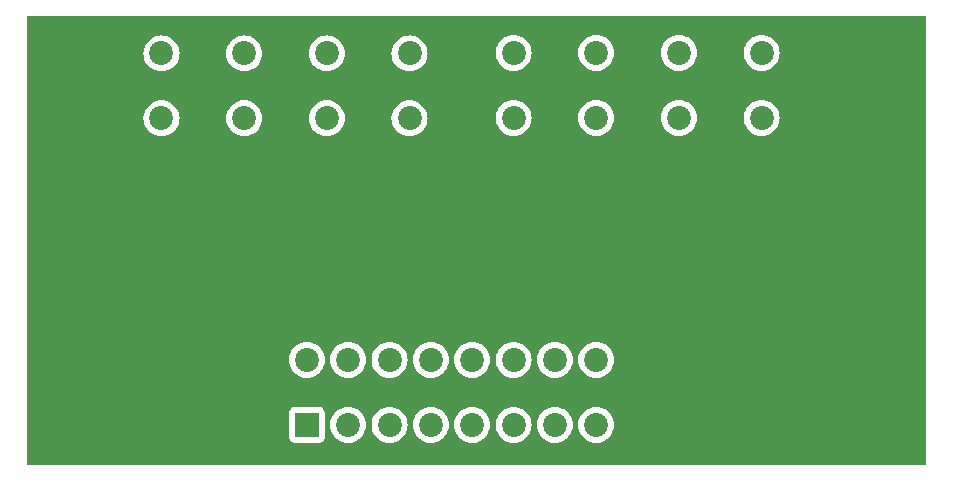
<source format=gbl>
G04 #@! TF.GenerationSoftware,KiCad,Pcbnew,7.0.7*
G04 #@! TF.CreationDate,2023-09-05T00:06:28-07:00*
G04 #@! TF.ProjectId,Solenoid Board Ground Systems V1.1,536f6c65-6e6f-4696-9420-426f61726420,rev?*
G04 #@! TF.SameCoordinates,Original*
G04 #@! TF.FileFunction,Copper,L2,Bot*
G04 #@! TF.FilePolarity,Positive*
%FSLAX46Y46*%
G04 Gerber Fmt 4.6, Leading zero omitted, Abs format (unit mm)*
G04 Created by KiCad (PCBNEW 7.0.7) date 2023-09-05 00:06:28*
%MOMM*%
%LPD*%
G01*
G04 APERTURE LIST*
G04 #@! TA.AperFunction,ComponentPad*
%ADD10R,2.025000X2.025000*%
G04 #@! TD*
G04 #@! TA.AperFunction,ComponentPad*
%ADD11C,2.025000*%
G04 #@! TD*
G04 #@! TA.AperFunction,ComponentPad*
%ADD12C,3.600000*%
G04 #@! TD*
G04 #@! TA.AperFunction,ConnectorPad*
%ADD13C,5.600000*%
G04 #@! TD*
G04 #@! TA.AperFunction,ViaPad*
%ADD14C,0.800000*%
G04 #@! TD*
G04 #@! TA.AperFunction,ViaPad*
%ADD15C,0.700000*%
G04 #@! TD*
G04 APERTURE END LIST*
D10*
X61310000Y-28610000D03*
D11*
X61310000Y-34110000D03*
X57810000Y-28610000D03*
X57810000Y-34110000D03*
X54310000Y-28610000D03*
X54310000Y-34110000D03*
X50810000Y-28610000D03*
X50810000Y-34110000D03*
X47310000Y-28610000D03*
X47310000Y-34110000D03*
X43810000Y-28610000D03*
X43810000Y-34110000D03*
X40310000Y-28610000D03*
X40310000Y-34110000D03*
X36810000Y-28610000D03*
X36810000Y-34110000D03*
D12*
X97790000Y-31750000D03*
D13*
X97790000Y-31750000D03*
D12*
X29210000Y-31750000D03*
D13*
X29210000Y-31750000D03*
D10*
X91120000Y-28570000D03*
D11*
X91120000Y-34070000D03*
X87620000Y-28570000D03*
X87620000Y-34070000D03*
X84120000Y-28570000D03*
X84120000Y-34070000D03*
X80620000Y-28570000D03*
X80620000Y-34070000D03*
X77120000Y-28570000D03*
X77120000Y-34070000D03*
X73620000Y-28570000D03*
X73620000Y-34070000D03*
X70120000Y-28570000D03*
X70120000Y-34070000D03*
X66620000Y-28570000D03*
X66620000Y-34070000D03*
D12*
X29210000Y-57150000D03*
D13*
X29210000Y-57150000D03*
D12*
X97790000Y-57150000D03*
D13*
X97790000Y-57150000D03*
D10*
X49120000Y-60060000D03*
D11*
X49120000Y-54560000D03*
X52620000Y-60060000D03*
X52620000Y-54560000D03*
X56120000Y-60060000D03*
X56120000Y-54560000D03*
X59620000Y-60060000D03*
X59620000Y-54560000D03*
X63120000Y-60060000D03*
X63120000Y-54560000D03*
X66620000Y-60060000D03*
X66620000Y-54560000D03*
X70120000Y-60060000D03*
X70120000Y-54560000D03*
X73620000Y-60060000D03*
X73620000Y-54560000D03*
X77120000Y-60060000D03*
X77120000Y-54560000D03*
D14*
X69840000Y-41760000D03*
D15*
X46790000Y-44740000D03*
D14*
X56935929Y-41770000D03*
D15*
X81340000Y-44715000D03*
X58265000Y-44740000D03*
X52515000Y-44715000D03*
X41015000Y-44740000D03*
X69790000Y-44715000D03*
X64040000Y-44740000D03*
D14*
X43860000Y-41750000D03*
X82810000Y-41760000D03*
D15*
X75540000Y-44740000D03*
G04 #@! TA.AperFunction,Conductor*
G36*
X101522073Y-25430009D02*
G01*
X101568573Y-25483659D01*
X101579966Y-25536049D01*
X101570033Y-63364049D01*
X101550013Y-63432165D01*
X101496345Y-63478643D01*
X101444050Y-63490016D01*
X29218000Y-63499500D01*
X25536000Y-63499500D01*
X25467879Y-63479498D01*
X25421386Y-63425842D01*
X25410000Y-63373500D01*
X25410000Y-61121149D01*
X47599000Y-61121149D01*
X47605509Y-61181696D01*
X47605511Y-61181704D01*
X47656610Y-61318702D01*
X47656612Y-61318707D01*
X47744238Y-61435761D01*
X47861292Y-61523387D01*
X47861294Y-61523388D01*
X47861296Y-61523389D01*
X47920375Y-61545424D01*
X47998295Y-61574488D01*
X47998303Y-61574490D01*
X48058850Y-61580999D01*
X48058855Y-61580999D01*
X48058862Y-61581000D01*
X48058868Y-61581000D01*
X50181132Y-61581000D01*
X50181138Y-61581000D01*
X50181145Y-61580999D01*
X50181149Y-61580999D01*
X50241696Y-61574490D01*
X50241699Y-61574489D01*
X50241701Y-61574489D01*
X50378704Y-61523389D01*
X50495761Y-61435761D01*
X50495760Y-61435760D01*
X50583387Y-61318707D01*
X50583387Y-61318706D01*
X50583389Y-61318704D01*
X50634489Y-61181701D01*
X50639098Y-61138835D01*
X50640999Y-61121149D01*
X50641000Y-61121132D01*
X50641000Y-60060000D01*
X51094297Y-60060000D01*
X51113081Y-60298673D01*
X51168970Y-60531468D01*
X51260589Y-60752655D01*
X51260590Y-60752656D01*
X51385677Y-60956782D01*
X51385682Y-60956789D01*
X51541164Y-61138835D01*
X51723210Y-61294317D01*
X51723214Y-61294320D01*
X51927345Y-61419411D01*
X52148532Y-61511030D01*
X52381327Y-61566919D01*
X52620000Y-61585703D01*
X52858673Y-61566919D01*
X53091468Y-61511030D01*
X53312655Y-61419411D01*
X53516786Y-61294320D01*
X53698835Y-61138835D01*
X53854320Y-60956786D01*
X53979411Y-60752655D01*
X54071030Y-60531468D01*
X54126919Y-60298673D01*
X54145703Y-60060000D01*
X54594297Y-60060000D01*
X54613081Y-60298673D01*
X54668970Y-60531468D01*
X54760589Y-60752655D01*
X54760590Y-60752656D01*
X54885677Y-60956782D01*
X54885682Y-60956789D01*
X55041164Y-61138835D01*
X55223210Y-61294317D01*
X55223214Y-61294320D01*
X55427345Y-61419411D01*
X55648532Y-61511030D01*
X55881327Y-61566919D01*
X56120000Y-61585703D01*
X56358673Y-61566919D01*
X56591468Y-61511030D01*
X56812655Y-61419411D01*
X57016786Y-61294320D01*
X57198835Y-61138835D01*
X57354320Y-60956786D01*
X57479411Y-60752655D01*
X57571030Y-60531468D01*
X57626919Y-60298673D01*
X57645703Y-60060000D01*
X58094297Y-60060000D01*
X58113081Y-60298673D01*
X58168970Y-60531468D01*
X58260589Y-60752655D01*
X58260590Y-60752656D01*
X58385677Y-60956782D01*
X58385682Y-60956789D01*
X58541164Y-61138835D01*
X58723210Y-61294317D01*
X58723214Y-61294320D01*
X58927345Y-61419411D01*
X59148532Y-61511030D01*
X59381327Y-61566919D01*
X59620000Y-61585703D01*
X59858673Y-61566919D01*
X60091468Y-61511030D01*
X60312655Y-61419411D01*
X60516786Y-61294320D01*
X60698835Y-61138835D01*
X60854320Y-60956786D01*
X60979411Y-60752655D01*
X61071030Y-60531468D01*
X61126919Y-60298673D01*
X61145703Y-60060000D01*
X61594297Y-60060000D01*
X61613081Y-60298673D01*
X61668970Y-60531468D01*
X61760589Y-60752655D01*
X61760590Y-60752656D01*
X61885677Y-60956782D01*
X61885682Y-60956789D01*
X62041164Y-61138835D01*
X62223210Y-61294317D01*
X62223214Y-61294320D01*
X62427345Y-61419411D01*
X62648532Y-61511030D01*
X62881327Y-61566919D01*
X63120000Y-61585703D01*
X63358673Y-61566919D01*
X63591468Y-61511030D01*
X63812655Y-61419411D01*
X64016786Y-61294320D01*
X64198835Y-61138835D01*
X64354320Y-60956786D01*
X64479411Y-60752655D01*
X64571030Y-60531468D01*
X64626919Y-60298673D01*
X64645703Y-60060000D01*
X65094297Y-60060000D01*
X65113081Y-60298673D01*
X65168970Y-60531468D01*
X65260589Y-60752655D01*
X65260590Y-60752656D01*
X65385677Y-60956782D01*
X65385682Y-60956789D01*
X65541164Y-61138835D01*
X65723210Y-61294317D01*
X65723214Y-61294320D01*
X65927345Y-61419411D01*
X66148532Y-61511030D01*
X66381327Y-61566919D01*
X66620000Y-61585703D01*
X66858673Y-61566919D01*
X67091468Y-61511030D01*
X67312655Y-61419411D01*
X67516786Y-61294320D01*
X67698835Y-61138835D01*
X67854320Y-60956786D01*
X67979411Y-60752655D01*
X68071030Y-60531468D01*
X68126919Y-60298673D01*
X68145703Y-60060000D01*
X68594297Y-60060000D01*
X68613081Y-60298673D01*
X68668970Y-60531468D01*
X68760589Y-60752655D01*
X68760590Y-60752656D01*
X68885677Y-60956782D01*
X68885682Y-60956789D01*
X69041164Y-61138835D01*
X69223210Y-61294317D01*
X69223214Y-61294320D01*
X69427345Y-61419411D01*
X69648532Y-61511030D01*
X69881327Y-61566919D01*
X70120000Y-61585703D01*
X70358673Y-61566919D01*
X70591468Y-61511030D01*
X70812655Y-61419411D01*
X71016786Y-61294320D01*
X71198835Y-61138835D01*
X71354320Y-60956786D01*
X71479411Y-60752655D01*
X71571030Y-60531468D01*
X71626919Y-60298673D01*
X71645703Y-60060000D01*
X72094297Y-60060000D01*
X72113081Y-60298673D01*
X72168970Y-60531468D01*
X72260589Y-60752655D01*
X72260590Y-60752656D01*
X72385677Y-60956782D01*
X72385682Y-60956789D01*
X72541164Y-61138835D01*
X72723210Y-61294317D01*
X72723214Y-61294320D01*
X72927345Y-61419411D01*
X73148532Y-61511030D01*
X73381327Y-61566919D01*
X73620000Y-61585703D01*
X73858673Y-61566919D01*
X74091468Y-61511030D01*
X74312655Y-61419411D01*
X74516786Y-61294320D01*
X74698835Y-61138835D01*
X74854320Y-60956786D01*
X74979411Y-60752655D01*
X75071030Y-60531468D01*
X75126919Y-60298673D01*
X75145703Y-60060000D01*
X75126919Y-59821327D01*
X75071030Y-59588532D01*
X74979411Y-59367345D01*
X74854320Y-59163214D01*
X74854317Y-59163210D01*
X74698835Y-58981164D01*
X74516789Y-58825682D01*
X74516782Y-58825677D01*
X74397097Y-58752335D01*
X74312655Y-58700589D01*
X74091468Y-58608970D01*
X73858673Y-58553081D01*
X73620000Y-58534297D01*
X73381327Y-58553081D01*
X73148531Y-58608970D01*
X72927343Y-58700590D01*
X72723217Y-58825677D01*
X72723210Y-58825682D01*
X72541164Y-58981164D01*
X72385682Y-59163210D01*
X72385677Y-59163217D01*
X72260590Y-59367343D01*
X72260589Y-59367345D01*
X72168970Y-59588532D01*
X72113081Y-59821327D01*
X72094297Y-60060000D01*
X71645703Y-60060000D01*
X71626919Y-59821327D01*
X71571030Y-59588532D01*
X71479411Y-59367345D01*
X71354320Y-59163214D01*
X71354317Y-59163210D01*
X71198835Y-58981164D01*
X71016789Y-58825682D01*
X71016782Y-58825677D01*
X70897097Y-58752335D01*
X70812655Y-58700589D01*
X70591468Y-58608970D01*
X70358673Y-58553081D01*
X70120000Y-58534297D01*
X69881327Y-58553081D01*
X69648531Y-58608970D01*
X69427343Y-58700590D01*
X69223217Y-58825677D01*
X69223210Y-58825682D01*
X69041164Y-58981164D01*
X68885682Y-59163210D01*
X68885677Y-59163217D01*
X68760590Y-59367343D01*
X68760589Y-59367345D01*
X68668970Y-59588532D01*
X68613081Y-59821327D01*
X68594297Y-60060000D01*
X68145703Y-60060000D01*
X68126919Y-59821327D01*
X68071030Y-59588532D01*
X67979411Y-59367345D01*
X67854320Y-59163214D01*
X67854317Y-59163210D01*
X67698835Y-58981164D01*
X67516789Y-58825682D01*
X67516782Y-58825677D01*
X67397097Y-58752335D01*
X67312655Y-58700589D01*
X67091468Y-58608970D01*
X66858673Y-58553081D01*
X66620000Y-58534297D01*
X66619999Y-58534297D01*
X66381327Y-58553081D01*
X66148531Y-58608970D01*
X65927343Y-58700590D01*
X65723217Y-58825677D01*
X65723210Y-58825682D01*
X65541164Y-58981164D01*
X65385682Y-59163210D01*
X65385677Y-59163217D01*
X65260590Y-59367343D01*
X65260589Y-59367345D01*
X65168970Y-59588532D01*
X65113081Y-59821327D01*
X65094297Y-60060000D01*
X64645703Y-60060000D01*
X64626919Y-59821327D01*
X64571030Y-59588532D01*
X64479411Y-59367345D01*
X64354320Y-59163214D01*
X64354317Y-59163210D01*
X64198835Y-58981164D01*
X64016789Y-58825682D01*
X64016782Y-58825677D01*
X63897097Y-58752335D01*
X63812655Y-58700589D01*
X63591468Y-58608970D01*
X63358673Y-58553081D01*
X63120000Y-58534297D01*
X62881327Y-58553081D01*
X62648531Y-58608970D01*
X62427343Y-58700590D01*
X62223217Y-58825677D01*
X62223210Y-58825682D01*
X62041164Y-58981164D01*
X61885682Y-59163210D01*
X61885677Y-59163217D01*
X61760590Y-59367343D01*
X61760589Y-59367345D01*
X61668970Y-59588532D01*
X61613081Y-59821327D01*
X61594297Y-60060000D01*
X61145703Y-60060000D01*
X61126919Y-59821327D01*
X61071030Y-59588532D01*
X60979411Y-59367345D01*
X60854320Y-59163214D01*
X60854317Y-59163210D01*
X60698835Y-58981164D01*
X60516789Y-58825682D01*
X60516782Y-58825677D01*
X60397097Y-58752335D01*
X60312655Y-58700589D01*
X60091468Y-58608970D01*
X59858673Y-58553081D01*
X59620000Y-58534297D01*
X59619999Y-58534297D01*
X59381327Y-58553081D01*
X59148531Y-58608970D01*
X58927343Y-58700590D01*
X58723217Y-58825677D01*
X58723210Y-58825682D01*
X58541164Y-58981164D01*
X58385682Y-59163210D01*
X58385677Y-59163217D01*
X58260590Y-59367343D01*
X58260589Y-59367345D01*
X58168970Y-59588532D01*
X58113081Y-59821327D01*
X58094297Y-60060000D01*
X57645703Y-60060000D01*
X57626919Y-59821327D01*
X57571030Y-59588532D01*
X57479411Y-59367345D01*
X57354320Y-59163214D01*
X57354317Y-59163210D01*
X57198835Y-58981164D01*
X57016789Y-58825682D01*
X57016782Y-58825677D01*
X56897097Y-58752335D01*
X56812655Y-58700589D01*
X56591468Y-58608970D01*
X56358673Y-58553081D01*
X56120000Y-58534297D01*
X56119999Y-58534297D01*
X55881327Y-58553081D01*
X55648531Y-58608970D01*
X55427343Y-58700590D01*
X55223217Y-58825677D01*
X55223210Y-58825682D01*
X55041164Y-58981164D01*
X54885682Y-59163210D01*
X54885677Y-59163217D01*
X54760590Y-59367343D01*
X54760589Y-59367345D01*
X54668970Y-59588532D01*
X54613081Y-59821327D01*
X54594297Y-60060000D01*
X54145703Y-60060000D01*
X54126919Y-59821327D01*
X54071030Y-59588532D01*
X53979411Y-59367345D01*
X53854320Y-59163214D01*
X53854317Y-59163210D01*
X53698835Y-58981164D01*
X53516789Y-58825682D01*
X53516782Y-58825677D01*
X53397097Y-58752335D01*
X53312655Y-58700589D01*
X53091468Y-58608970D01*
X52858673Y-58553081D01*
X52620000Y-58534297D01*
X52619999Y-58534297D01*
X52381327Y-58553081D01*
X52148531Y-58608970D01*
X51927343Y-58700590D01*
X51723217Y-58825677D01*
X51723210Y-58825682D01*
X51541164Y-58981164D01*
X51385682Y-59163210D01*
X51385677Y-59163217D01*
X51260590Y-59367343D01*
X51260589Y-59367345D01*
X51168970Y-59588532D01*
X51113081Y-59821327D01*
X51094297Y-60060000D01*
X50641000Y-60060000D01*
X50641000Y-58998867D01*
X50640999Y-58998850D01*
X50634490Y-58938303D01*
X50634488Y-58938295D01*
X50605424Y-58860375D01*
X50583389Y-58801296D01*
X50583388Y-58801294D01*
X50583387Y-58801292D01*
X50495761Y-58684238D01*
X50378707Y-58596612D01*
X50378702Y-58596610D01*
X50241704Y-58545511D01*
X50241696Y-58545509D01*
X50181149Y-58539000D01*
X50181138Y-58539000D01*
X48058862Y-58539000D01*
X48058850Y-58539000D01*
X47998303Y-58545509D01*
X47998295Y-58545511D01*
X47861297Y-58596610D01*
X47861292Y-58596612D01*
X47744238Y-58684238D01*
X47656612Y-58801292D01*
X47656610Y-58801297D01*
X47605511Y-58938295D01*
X47605509Y-58938303D01*
X47599000Y-58998850D01*
X47599000Y-61121149D01*
X25410000Y-61121149D01*
X25410000Y-54560000D01*
X47594297Y-54560000D01*
X47613081Y-54798673D01*
X47668970Y-55031468D01*
X47760589Y-55252655D01*
X47760590Y-55252656D01*
X47885677Y-55456782D01*
X47885682Y-55456789D01*
X48041164Y-55638835D01*
X48223210Y-55794317D01*
X48223214Y-55794320D01*
X48427345Y-55919411D01*
X48648532Y-56011030D01*
X48881327Y-56066919D01*
X49120000Y-56085703D01*
X49358673Y-56066919D01*
X49591468Y-56011030D01*
X49812655Y-55919411D01*
X50016786Y-55794320D01*
X50198835Y-55638835D01*
X50354320Y-55456786D01*
X50479411Y-55252655D01*
X50571030Y-55031468D01*
X50626919Y-54798673D01*
X50645703Y-54560000D01*
X51094297Y-54560000D01*
X51113081Y-54798673D01*
X51168970Y-55031468D01*
X51260589Y-55252655D01*
X51260590Y-55252656D01*
X51385677Y-55456782D01*
X51385682Y-55456789D01*
X51541164Y-55638835D01*
X51723210Y-55794317D01*
X51723214Y-55794320D01*
X51927345Y-55919411D01*
X52148532Y-56011030D01*
X52381327Y-56066919D01*
X52620000Y-56085703D01*
X52858673Y-56066919D01*
X53091468Y-56011030D01*
X53312655Y-55919411D01*
X53516786Y-55794320D01*
X53698835Y-55638835D01*
X53854320Y-55456786D01*
X53979411Y-55252655D01*
X54071030Y-55031468D01*
X54126919Y-54798673D01*
X54145703Y-54560000D01*
X54594297Y-54560000D01*
X54613081Y-54798673D01*
X54668970Y-55031468D01*
X54760589Y-55252655D01*
X54760590Y-55252656D01*
X54885677Y-55456782D01*
X54885682Y-55456789D01*
X55041164Y-55638835D01*
X55223210Y-55794317D01*
X55223214Y-55794320D01*
X55427345Y-55919411D01*
X55648532Y-56011030D01*
X55881327Y-56066919D01*
X56120000Y-56085703D01*
X56358673Y-56066919D01*
X56591468Y-56011030D01*
X56812655Y-55919411D01*
X57016786Y-55794320D01*
X57198835Y-55638835D01*
X57354320Y-55456786D01*
X57479411Y-55252655D01*
X57571030Y-55031468D01*
X57626919Y-54798673D01*
X57645703Y-54560000D01*
X58094297Y-54560000D01*
X58113081Y-54798673D01*
X58168970Y-55031468D01*
X58260589Y-55252655D01*
X58260590Y-55252656D01*
X58385677Y-55456782D01*
X58385682Y-55456789D01*
X58541164Y-55638835D01*
X58723210Y-55794317D01*
X58723214Y-55794320D01*
X58927345Y-55919411D01*
X59148532Y-56011030D01*
X59381327Y-56066919D01*
X59620000Y-56085703D01*
X59858673Y-56066919D01*
X60091468Y-56011030D01*
X60312655Y-55919411D01*
X60516786Y-55794320D01*
X60698835Y-55638835D01*
X60854320Y-55456786D01*
X60979411Y-55252655D01*
X61071030Y-55031468D01*
X61126919Y-54798673D01*
X61145703Y-54560000D01*
X61594297Y-54560000D01*
X61613081Y-54798673D01*
X61668970Y-55031468D01*
X61760589Y-55252655D01*
X61760590Y-55252656D01*
X61885677Y-55456782D01*
X61885682Y-55456789D01*
X62041164Y-55638835D01*
X62223210Y-55794317D01*
X62223214Y-55794320D01*
X62427345Y-55919411D01*
X62648532Y-56011030D01*
X62881327Y-56066919D01*
X63120000Y-56085703D01*
X63358673Y-56066919D01*
X63591468Y-56011030D01*
X63812655Y-55919411D01*
X64016786Y-55794320D01*
X64198835Y-55638835D01*
X64354320Y-55456786D01*
X64479411Y-55252655D01*
X64571030Y-55031468D01*
X64626919Y-54798673D01*
X64645703Y-54560000D01*
X65094297Y-54560000D01*
X65113081Y-54798673D01*
X65168970Y-55031468D01*
X65260589Y-55252655D01*
X65260590Y-55252656D01*
X65385677Y-55456782D01*
X65385682Y-55456789D01*
X65541164Y-55638835D01*
X65723210Y-55794317D01*
X65723214Y-55794320D01*
X65927345Y-55919411D01*
X66148532Y-56011030D01*
X66381327Y-56066919D01*
X66620000Y-56085703D01*
X66858673Y-56066919D01*
X67091468Y-56011030D01*
X67312655Y-55919411D01*
X67516786Y-55794320D01*
X67698835Y-55638835D01*
X67854320Y-55456786D01*
X67979411Y-55252655D01*
X68071030Y-55031468D01*
X68126919Y-54798673D01*
X68145703Y-54560000D01*
X68594297Y-54560000D01*
X68613081Y-54798673D01*
X68668970Y-55031468D01*
X68760589Y-55252655D01*
X68760590Y-55252656D01*
X68885677Y-55456782D01*
X68885682Y-55456789D01*
X69041164Y-55638835D01*
X69223210Y-55794317D01*
X69223214Y-55794320D01*
X69427345Y-55919411D01*
X69648532Y-56011030D01*
X69881327Y-56066919D01*
X70120000Y-56085703D01*
X70358673Y-56066919D01*
X70591468Y-56011030D01*
X70812655Y-55919411D01*
X71016786Y-55794320D01*
X71198835Y-55638835D01*
X71354320Y-55456786D01*
X71479411Y-55252655D01*
X71571030Y-55031468D01*
X71626919Y-54798673D01*
X71645703Y-54560000D01*
X72094297Y-54560000D01*
X72113081Y-54798673D01*
X72168970Y-55031468D01*
X72260589Y-55252655D01*
X72260590Y-55252656D01*
X72385677Y-55456782D01*
X72385682Y-55456789D01*
X72541164Y-55638835D01*
X72723210Y-55794317D01*
X72723214Y-55794320D01*
X72927345Y-55919411D01*
X73148532Y-56011030D01*
X73381327Y-56066919D01*
X73620000Y-56085703D01*
X73858673Y-56066919D01*
X74091468Y-56011030D01*
X74312655Y-55919411D01*
X74516786Y-55794320D01*
X74698835Y-55638835D01*
X74854320Y-55456786D01*
X74979411Y-55252655D01*
X75071030Y-55031468D01*
X75126919Y-54798673D01*
X75145703Y-54560000D01*
X75126919Y-54321327D01*
X75071030Y-54088532D01*
X74979411Y-53867345D01*
X74854320Y-53663214D01*
X74854317Y-53663210D01*
X74698835Y-53481164D01*
X74516789Y-53325682D01*
X74516782Y-53325677D01*
X74397097Y-53252335D01*
X74312655Y-53200589D01*
X74091468Y-53108970D01*
X73858673Y-53053081D01*
X73620000Y-53034297D01*
X73619999Y-53034297D01*
X73381327Y-53053081D01*
X73148531Y-53108970D01*
X72927343Y-53200590D01*
X72723217Y-53325677D01*
X72723210Y-53325682D01*
X72541164Y-53481164D01*
X72385682Y-53663210D01*
X72385677Y-53663217D01*
X72260590Y-53867343D01*
X72260589Y-53867345D01*
X72168970Y-54088532D01*
X72113081Y-54321327D01*
X72094297Y-54560000D01*
X71645703Y-54560000D01*
X71626919Y-54321327D01*
X71571030Y-54088532D01*
X71479411Y-53867345D01*
X71354320Y-53663214D01*
X71354317Y-53663210D01*
X71198835Y-53481164D01*
X71016789Y-53325682D01*
X71016782Y-53325677D01*
X70897097Y-53252335D01*
X70812655Y-53200589D01*
X70591468Y-53108970D01*
X70358673Y-53053081D01*
X70120000Y-53034297D01*
X69881327Y-53053081D01*
X69648531Y-53108970D01*
X69427343Y-53200590D01*
X69223217Y-53325677D01*
X69223210Y-53325682D01*
X69041164Y-53481164D01*
X68885682Y-53663210D01*
X68885677Y-53663217D01*
X68760590Y-53867343D01*
X68760589Y-53867345D01*
X68668970Y-54088532D01*
X68613081Y-54321327D01*
X68594297Y-54560000D01*
X68145703Y-54560000D01*
X68126919Y-54321327D01*
X68071030Y-54088532D01*
X67979411Y-53867345D01*
X67854320Y-53663214D01*
X67854317Y-53663210D01*
X67698835Y-53481164D01*
X67516789Y-53325682D01*
X67516782Y-53325677D01*
X67397097Y-53252335D01*
X67312655Y-53200589D01*
X67091468Y-53108970D01*
X66858673Y-53053081D01*
X66620000Y-53034297D01*
X66619999Y-53034297D01*
X66381327Y-53053081D01*
X66148531Y-53108970D01*
X65927343Y-53200590D01*
X65723217Y-53325677D01*
X65723210Y-53325682D01*
X65541164Y-53481164D01*
X65385682Y-53663210D01*
X65385677Y-53663217D01*
X65260590Y-53867343D01*
X65260589Y-53867345D01*
X65168970Y-54088532D01*
X65113081Y-54321327D01*
X65094297Y-54560000D01*
X64645703Y-54560000D01*
X64626919Y-54321327D01*
X64571030Y-54088532D01*
X64479411Y-53867345D01*
X64354320Y-53663214D01*
X64354317Y-53663210D01*
X64198835Y-53481164D01*
X64016789Y-53325682D01*
X64016782Y-53325677D01*
X63897097Y-53252335D01*
X63812655Y-53200589D01*
X63591468Y-53108970D01*
X63358673Y-53053081D01*
X63120000Y-53034297D01*
X62881327Y-53053081D01*
X62648531Y-53108970D01*
X62427343Y-53200590D01*
X62223217Y-53325677D01*
X62223210Y-53325682D01*
X62041164Y-53481164D01*
X61885682Y-53663210D01*
X61885677Y-53663217D01*
X61760590Y-53867343D01*
X61760589Y-53867345D01*
X61668970Y-54088532D01*
X61613081Y-54321327D01*
X61594297Y-54560000D01*
X61145703Y-54560000D01*
X61126919Y-54321327D01*
X61071030Y-54088532D01*
X60979411Y-53867345D01*
X60854320Y-53663214D01*
X60854317Y-53663210D01*
X60698835Y-53481164D01*
X60516789Y-53325682D01*
X60516782Y-53325677D01*
X60397097Y-53252335D01*
X60312655Y-53200589D01*
X60091468Y-53108970D01*
X59858673Y-53053081D01*
X59620000Y-53034297D01*
X59619999Y-53034297D01*
X59381327Y-53053081D01*
X59148531Y-53108970D01*
X58927343Y-53200590D01*
X58723217Y-53325677D01*
X58723210Y-53325682D01*
X58541164Y-53481164D01*
X58385682Y-53663210D01*
X58385677Y-53663217D01*
X58260590Y-53867343D01*
X58260589Y-53867345D01*
X58168970Y-54088532D01*
X58113081Y-54321327D01*
X58094297Y-54560000D01*
X57645703Y-54560000D01*
X57626919Y-54321327D01*
X57571030Y-54088532D01*
X57479411Y-53867345D01*
X57354320Y-53663214D01*
X57354317Y-53663210D01*
X57198835Y-53481164D01*
X57016789Y-53325682D01*
X57016782Y-53325677D01*
X56897097Y-53252335D01*
X56812655Y-53200589D01*
X56591468Y-53108970D01*
X56358673Y-53053081D01*
X56120000Y-53034297D01*
X55881327Y-53053081D01*
X55648531Y-53108970D01*
X55427343Y-53200590D01*
X55223217Y-53325677D01*
X55223210Y-53325682D01*
X55041164Y-53481164D01*
X54885682Y-53663210D01*
X54885677Y-53663217D01*
X54760590Y-53867343D01*
X54760589Y-53867345D01*
X54668970Y-54088532D01*
X54613081Y-54321327D01*
X54594297Y-54560000D01*
X54145703Y-54560000D01*
X54126919Y-54321327D01*
X54071030Y-54088532D01*
X53979411Y-53867345D01*
X53854320Y-53663214D01*
X53854317Y-53663210D01*
X53698835Y-53481164D01*
X53516789Y-53325682D01*
X53516782Y-53325677D01*
X53397097Y-53252335D01*
X53312655Y-53200589D01*
X53091468Y-53108970D01*
X52858673Y-53053081D01*
X52620000Y-53034297D01*
X52619999Y-53034297D01*
X52381327Y-53053081D01*
X52148531Y-53108970D01*
X51927343Y-53200590D01*
X51723217Y-53325677D01*
X51723210Y-53325682D01*
X51541164Y-53481164D01*
X51385682Y-53663210D01*
X51385677Y-53663217D01*
X51260590Y-53867343D01*
X51260589Y-53867345D01*
X51168970Y-54088532D01*
X51113081Y-54321327D01*
X51094297Y-54560000D01*
X50645703Y-54560000D01*
X50626919Y-54321327D01*
X50571030Y-54088532D01*
X50479411Y-53867345D01*
X50354320Y-53663214D01*
X50354317Y-53663210D01*
X50198835Y-53481164D01*
X50016789Y-53325682D01*
X50016782Y-53325677D01*
X49897097Y-53252335D01*
X49812655Y-53200589D01*
X49591468Y-53108970D01*
X49358673Y-53053081D01*
X49120000Y-53034297D01*
X48881327Y-53053081D01*
X48648531Y-53108970D01*
X48427343Y-53200590D01*
X48223217Y-53325677D01*
X48223210Y-53325682D01*
X48041164Y-53481164D01*
X47885682Y-53663210D01*
X47885677Y-53663217D01*
X47760590Y-53867343D01*
X47760589Y-53867345D01*
X47668970Y-54088532D01*
X47613081Y-54321327D01*
X47594297Y-54560000D01*
X25410000Y-54560000D01*
X25410000Y-34110000D01*
X35284297Y-34110000D01*
X35303081Y-34348673D01*
X35358970Y-34581468D01*
X35450589Y-34802655D01*
X35450590Y-34802656D01*
X35575677Y-35006782D01*
X35575682Y-35006789D01*
X35731164Y-35188835D01*
X35866380Y-35304320D01*
X35913214Y-35344320D01*
X36117345Y-35469411D01*
X36338532Y-35561030D01*
X36571327Y-35616919D01*
X36810000Y-35635703D01*
X37048673Y-35616919D01*
X37281468Y-35561030D01*
X37502655Y-35469411D01*
X37706786Y-35344320D01*
X37888835Y-35188835D01*
X38044320Y-35006786D01*
X38169411Y-34802655D01*
X38261030Y-34581468D01*
X38316919Y-34348673D01*
X38335703Y-34110000D01*
X42284297Y-34110000D01*
X42303081Y-34348673D01*
X42358970Y-34581468D01*
X42450589Y-34802655D01*
X42450590Y-34802656D01*
X42575677Y-35006782D01*
X42575682Y-35006789D01*
X42731164Y-35188835D01*
X42866380Y-35304320D01*
X42913214Y-35344320D01*
X43117345Y-35469411D01*
X43338532Y-35561030D01*
X43571327Y-35616919D01*
X43810000Y-35635703D01*
X44048673Y-35616919D01*
X44281468Y-35561030D01*
X44502655Y-35469411D01*
X44706786Y-35344320D01*
X44888835Y-35188835D01*
X45044320Y-35006786D01*
X45169411Y-34802655D01*
X45261030Y-34581468D01*
X45316919Y-34348673D01*
X45335703Y-34110000D01*
X49284297Y-34110000D01*
X49303081Y-34348673D01*
X49358970Y-34581468D01*
X49450589Y-34802655D01*
X49450590Y-34802656D01*
X49575677Y-35006782D01*
X49575682Y-35006789D01*
X49731164Y-35188835D01*
X49866380Y-35304320D01*
X49913214Y-35344320D01*
X50117345Y-35469411D01*
X50338532Y-35561030D01*
X50571327Y-35616919D01*
X50810000Y-35635703D01*
X51048673Y-35616919D01*
X51281468Y-35561030D01*
X51502655Y-35469411D01*
X51706786Y-35344320D01*
X51888835Y-35188835D01*
X52044320Y-35006786D01*
X52169411Y-34802655D01*
X52261030Y-34581468D01*
X52316919Y-34348673D01*
X52335703Y-34110000D01*
X56284297Y-34110000D01*
X56303081Y-34348673D01*
X56358970Y-34581468D01*
X56450589Y-34802655D01*
X56450590Y-34802656D01*
X56575677Y-35006782D01*
X56575682Y-35006789D01*
X56731164Y-35188835D01*
X56866380Y-35304320D01*
X56913214Y-35344320D01*
X57117345Y-35469411D01*
X57338532Y-35561030D01*
X57571327Y-35616919D01*
X57810000Y-35635703D01*
X58048673Y-35616919D01*
X58281468Y-35561030D01*
X58502655Y-35469411D01*
X58706786Y-35344320D01*
X58888835Y-35188835D01*
X59044320Y-35006786D01*
X59169411Y-34802655D01*
X59261030Y-34581468D01*
X59316919Y-34348673D01*
X59335703Y-34110000D01*
X59332555Y-34070000D01*
X65094297Y-34070000D01*
X65113081Y-34308673D01*
X65168970Y-34541468D01*
X65260589Y-34762655D01*
X65260590Y-34762656D01*
X65385677Y-34966782D01*
X65385682Y-34966789D01*
X65541164Y-35148835D01*
X65723210Y-35304317D01*
X65723214Y-35304320D01*
X65927345Y-35429411D01*
X66148532Y-35521030D01*
X66381327Y-35576919D01*
X66620000Y-35595703D01*
X66858673Y-35576919D01*
X67091468Y-35521030D01*
X67312655Y-35429411D01*
X67516786Y-35304320D01*
X67698835Y-35148835D01*
X67854320Y-34966786D01*
X67979411Y-34762655D01*
X68071030Y-34541468D01*
X68126919Y-34308673D01*
X68145703Y-34070000D01*
X72094297Y-34070000D01*
X72113081Y-34308673D01*
X72168970Y-34541468D01*
X72260589Y-34762655D01*
X72260590Y-34762656D01*
X72385677Y-34966782D01*
X72385682Y-34966789D01*
X72541164Y-35148835D01*
X72723210Y-35304317D01*
X72723214Y-35304320D01*
X72927345Y-35429411D01*
X73148532Y-35521030D01*
X73381327Y-35576919D01*
X73620000Y-35595703D01*
X73858673Y-35576919D01*
X74091468Y-35521030D01*
X74312655Y-35429411D01*
X74516786Y-35304320D01*
X74698835Y-35148835D01*
X74854320Y-34966786D01*
X74979411Y-34762655D01*
X75071030Y-34541468D01*
X75126919Y-34308673D01*
X75145703Y-34070000D01*
X79094297Y-34070000D01*
X79113081Y-34308673D01*
X79168970Y-34541468D01*
X79260589Y-34762655D01*
X79260590Y-34762656D01*
X79385677Y-34966782D01*
X79385682Y-34966789D01*
X79541164Y-35148835D01*
X79723210Y-35304317D01*
X79723214Y-35304320D01*
X79927345Y-35429411D01*
X80148532Y-35521030D01*
X80381327Y-35576919D01*
X80620000Y-35595703D01*
X80858673Y-35576919D01*
X81091468Y-35521030D01*
X81312655Y-35429411D01*
X81516786Y-35304320D01*
X81698835Y-35148835D01*
X81854320Y-34966786D01*
X81979411Y-34762655D01*
X82071030Y-34541468D01*
X82126919Y-34308673D01*
X82145703Y-34070000D01*
X86094297Y-34070000D01*
X86113081Y-34308673D01*
X86168970Y-34541468D01*
X86260589Y-34762655D01*
X86260590Y-34762656D01*
X86385677Y-34966782D01*
X86385682Y-34966789D01*
X86541164Y-35148835D01*
X86723210Y-35304317D01*
X86723214Y-35304320D01*
X86927345Y-35429411D01*
X87148532Y-35521030D01*
X87381327Y-35576919D01*
X87620000Y-35595703D01*
X87858673Y-35576919D01*
X88091468Y-35521030D01*
X88312655Y-35429411D01*
X88516786Y-35304320D01*
X88698835Y-35148835D01*
X88854320Y-34966786D01*
X88979411Y-34762655D01*
X89071030Y-34541468D01*
X89126919Y-34308673D01*
X89145703Y-34070000D01*
X89126919Y-33831327D01*
X89071030Y-33598532D01*
X88979411Y-33377345D01*
X88854320Y-33173214D01*
X88854317Y-33173210D01*
X88698835Y-32991164D01*
X88516789Y-32835682D01*
X88516782Y-32835677D01*
X88377929Y-32750589D01*
X88312655Y-32710589D01*
X88091468Y-32618970D01*
X87858673Y-32563081D01*
X87620000Y-32544297D01*
X87619999Y-32544297D01*
X87381327Y-32563081D01*
X87148531Y-32618970D01*
X86927343Y-32710590D01*
X86723217Y-32835677D01*
X86723210Y-32835682D01*
X86541164Y-32991164D01*
X86385682Y-33173210D01*
X86385677Y-33173217D01*
X86260590Y-33377343D01*
X86260589Y-33377345D01*
X86168970Y-33598532D01*
X86113081Y-33831327D01*
X86094297Y-34070000D01*
X82145703Y-34070000D01*
X82126919Y-33831327D01*
X82071030Y-33598532D01*
X81979411Y-33377345D01*
X81854320Y-33173214D01*
X81854317Y-33173210D01*
X81698835Y-32991164D01*
X81516789Y-32835682D01*
X81516782Y-32835677D01*
X81377929Y-32750589D01*
X81312655Y-32710589D01*
X81091468Y-32618970D01*
X80858673Y-32563081D01*
X80620000Y-32544297D01*
X80381327Y-32563081D01*
X80148531Y-32618970D01*
X79927343Y-32710590D01*
X79723217Y-32835677D01*
X79723210Y-32835682D01*
X79541164Y-32991164D01*
X79385682Y-33173210D01*
X79385677Y-33173217D01*
X79260590Y-33377343D01*
X79260589Y-33377345D01*
X79168970Y-33598532D01*
X79113081Y-33831327D01*
X79094297Y-34070000D01*
X75145703Y-34070000D01*
X75126919Y-33831327D01*
X75071030Y-33598532D01*
X74979411Y-33377345D01*
X74854320Y-33173214D01*
X74854317Y-33173210D01*
X74698835Y-32991164D01*
X74516789Y-32835682D01*
X74516782Y-32835677D01*
X74377929Y-32750589D01*
X74312655Y-32710589D01*
X74091468Y-32618970D01*
X73858673Y-32563081D01*
X73620000Y-32544297D01*
X73381327Y-32563081D01*
X73148531Y-32618970D01*
X72927343Y-32710590D01*
X72723217Y-32835677D01*
X72723210Y-32835682D01*
X72541164Y-32991164D01*
X72385682Y-33173210D01*
X72385677Y-33173217D01*
X72260590Y-33377343D01*
X72260589Y-33377345D01*
X72168970Y-33598532D01*
X72113081Y-33831327D01*
X72094297Y-34070000D01*
X68145703Y-34070000D01*
X68126919Y-33831327D01*
X68071030Y-33598532D01*
X67979411Y-33377345D01*
X67854320Y-33173214D01*
X67854317Y-33173210D01*
X67698835Y-32991164D01*
X67516789Y-32835682D01*
X67516782Y-32835677D01*
X67377929Y-32750589D01*
X67312655Y-32710589D01*
X67091468Y-32618970D01*
X66858673Y-32563081D01*
X66620000Y-32544297D01*
X66381327Y-32563081D01*
X66148531Y-32618970D01*
X65927343Y-32710590D01*
X65723217Y-32835677D01*
X65723210Y-32835682D01*
X65541164Y-32991164D01*
X65385682Y-33173210D01*
X65385677Y-33173217D01*
X65260590Y-33377343D01*
X65260589Y-33377345D01*
X65168970Y-33598532D01*
X65113081Y-33831327D01*
X65094297Y-34070000D01*
X59332555Y-34070000D01*
X59316919Y-33871327D01*
X59261030Y-33638532D01*
X59169411Y-33417345D01*
X59044320Y-33213214D01*
X59044317Y-33213210D01*
X58888835Y-33031164D01*
X58706789Y-32875682D01*
X58706782Y-32875677D01*
X58587097Y-32802335D01*
X58502655Y-32750589D01*
X58281468Y-32658970D01*
X58048673Y-32603081D01*
X57810000Y-32584297D01*
X57809999Y-32584297D01*
X57571327Y-32603081D01*
X57338531Y-32658970D01*
X57117343Y-32750590D01*
X56913217Y-32875677D01*
X56913210Y-32875682D01*
X56731164Y-33031164D01*
X56575682Y-33213210D01*
X56575677Y-33213217D01*
X56450590Y-33417343D01*
X56375539Y-33598532D01*
X56358970Y-33638532D01*
X56303081Y-33871327D01*
X56284297Y-34110000D01*
X52335703Y-34110000D01*
X52316919Y-33871327D01*
X52261030Y-33638532D01*
X52169411Y-33417345D01*
X52044320Y-33213214D01*
X52044317Y-33213210D01*
X51888835Y-33031164D01*
X51706789Y-32875682D01*
X51706782Y-32875677D01*
X51587097Y-32802335D01*
X51502655Y-32750589D01*
X51281468Y-32658970D01*
X51048673Y-32603081D01*
X50810000Y-32584297D01*
X50571327Y-32603081D01*
X50338531Y-32658970D01*
X50117343Y-32750590D01*
X49913217Y-32875677D01*
X49913210Y-32875682D01*
X49731164Y-33031164D01*
X49575682Y-33213210D01*
X49575677Y-33213217D01*
X49450590Y-33417343D01*
X49375539Y-33598532D01*
X49358970Y-33638532D01*
X49303081Y-33871327D01*
X49284297Y-34110000D01*
X45335703Y-34110000D01*
X45316919Y-33871327D01*
X45261030Y-33638532D01*
X45169411Y-33417345D01*
X45044320Y-33213214D01*
X45044317Y-33213210D01*
X44888835Y-33031164D01*
X44706789Y-32875682D01*
X44706782Y-32875677D01*
X44587097Y-32802335D01*
X44502655Y-32750589D01*
X44281468Y-32658970D01*
X44048673Y-32603081D01*
X43810000Y-32584297D01*
X43571327Y-32603081D01*
X43338531Y-32658970D01*
X43117343Y-32750590D01*
X42913217Y-32875677D01*
X42913210Y-32875682D01*
X42731164Y-33031164D01*
X42575682Y-33213210D01*
X42575677Y-33213217D01*
X42450590Y-33417343D01*
X42375539Y-33598532D01*
X42358970Y-33638532D01*
X42303081Y-33871327D01*
X42284297Y-34110000D01*
X38335703Y-34110000D01*
X38316919Y-33871327D01*
X38261030Y-33638532D01*
X38169411Y-33417345D01*
X38044320Y-33213214D01*
X38044317Y-33213210D01*
X37888835Y-33031164D01*
X37706789Y-32875682D01*
X37706782Y-32875677D01*
X37587097Y-32802335D01*
X37502655Y-32750589D01*
X37281468Y-32658970D01*
X37048673Y-32603081D01*
X36810000Y-32584297D01*
X36571327Y-32603081D01*
X36338531Y-32658970D01*
X36117343Y-32750590D01*
X35913217Y-32875677D01*
X35913210Y-32875682D01*
X35731164Y-33031164D01*
X35575682Y-33213210D01*
X35575677Y-33213217D01*
X35450590Y-33417343D01*
X35375539Y-33598532D01*
X35358970Y-33638532D01*
X35303081Y-33871327D01*
X35284297Y-34110000D01*
X25410000Y-34110000D01*
X25410000Y-28610000D01*
X35284297Y-28610000D01*
X35303081Y-28848673D01*
X35358970Y-29081468D01*
X35450589Y-29302655D01*
X35450590Y-29302656D01*
X35575677Y-29506782D01*
X35575682Y-29506789D01*
X35731164Y-29688835D01*
X35866380Y-29804320D01*
X35913214Y-29844320D01*
X36117345Y-29969411D01*
X36338532Y-30061030D01*
X36571327Y-30116919D01*
X36810000Y-30135703D01*
X37048673Y-30116919D01*
X37281468Y-30061030D01*
X37502655Y-29969411D01*
X37706786Y-29844320D01*
X37888835Y-29688835D01*
X38044320Y-29506786D01*
X38169411Y-29302655D01*
X38261030Y-29081468D01*
X38316919Y-28848673D01*
X38335703Y-28610000D01*
X42284297Y-28610000D01*
X42303081Y-28848673D01*
X42358970Y-29081468D01*
X42450589Y-29302655D01*
X42450590Y-29302656D01*
X42575677Y-29506782D01*
X42575682Y-29506789D01*
X42731164Y-29688835D01*
X42866380Y-29804320D01*
X42913214Y-29844320D01*
X43117345Y-29969411D01*
X43338532Y-30061030D01*
X43571327Y-30116919D01*
X43810000Y-30135703D01*
X44048673Y-30116919D01*
X44281468Y-30061030D01*
X44502655Y-29969411D01*
X44706786Y-29844320D01*
X44888835Y-29688835D01*
X45044320Y-29506786D01*
X45169411Y-29302655D01*
X45261030Y-29081468D01*
X45316919Y-28848673D01*
X45335703Y-28610000D01*
X49284297Y-28610000D01*
X49303081Y-28848673D01*
X49358970Y-29081468D01*
X49450589Y-29302655D01*
X49450590Y-29302656D01*
X49575677Y-29506782D01*
X49575682Y-29506789D01*
X49731164Y-29688835D01*
X49866380Y-29804320D01*
X49913214Y-29844320D01*
X50117345Y-29969411D01*
X50338532Y-30061030D01*
X50571327Y-30116919D01*
X50810000Y-30135703D01*
X51048673Y-30116919D01*
X51281468Y-30061030D01*
X51502655Y-29969411D01*
X51706786Y-29844320D01*
X51888835Y-29688835D01*
X52044320Y-29506786D01*
X52169411Y-29302655D01*
X52261030Y-29081468D01*
X52316919Y-28848673D01*
X52335703Y-28610000D01*
X56284297Y-28610000D01*
X56303081Y-28848673D01*
X56358970Y-29081468D01*
X56450589Y-29302655D01*
X56450590Y-29302656D01*
X56575677Y-29506782D01*
X56575682Y-29506789D01*
X56731164Y-29688835D01*
X56866380Y-29804320D01*
X56913214Y-29844320D01*
X57117345Y-29969411D01*
X57338532Y-30061030D01*
X57571327Y-30116919D01*
X57810000Y-30135703D01*
X58048673Y-30116919D01*
X58281468Y-30061030D01*
X58502655Y-29969411D01*
X58706786Y-29844320D01*
X58888835Y-29688835D01*
X59044320Y-29506786D01*
X59169411Y-29302655D01*
X59261030Y-29081468D01*
X59316919Y-28848673D01*
X59335703Y-28610000D01*
X59332555Y-28570000D01*
X65094297Y-28570000D01*
X65113081Y-28808673D01*
X65168970Y-29041468D01*
X65260589Y-29262655D01*
X65260590Y-29262656D01*
X65385677Y-29466782D01*
X65385682Y-29466789D01*
X65541164Y-29648835D01*
X65723210Y-29804317D01*
X65723214Y-29804320D01*
X65927345Y-29929411D01*
X66148532Y-30021030D01*
X66381327Y-30076919D01*
X66620000Y-30095703D01*
X66858673Y-30076919D01*
X67091468Y-30021030D01*
X67312655Y-29929411D01*
X67516786Y-29804320D01*
X67698835Y-29648835D01*
X67854320Y-29466786D01*
X67979411Y-29262655D01*
X68071030Y-29041468D01*
X68126919Y-28808673D01*
X68145703Y-28570000D01*
X72094297Y-28570000D01*
X72113081Y-28808673D01*
X72168970Y-29041468D01*
X72260589Y-29262655D01*
X72260590Y-29262656D01*
X72385677Y-29466782D01*
X72385682Y-29466789D01*
X72541164Y-29648835D01*
X72723210Y-29804317D01*
X72723214Y-29804320D01*
X72927345Y-29929411D01*
X73148532Y-30021030D01*
X73381327Y-30076919D01*
X73620000Y-30095703D01*
X73858673Y-30076919D01*
X74091468Y-30021030D01*
X74312655Y-29929411D01*
X74516786Y-29804320D01*
X74698835Y-29648835D01*
X74854320Y-29466786D01*
X74979411Y-29262655D01*
X75071030Y-29041468D01*
X75126919Y-28808673D01*
X75145703Y-28570000D01*
X79094297Y-28570000D01*
X79113081Y-28808673D01*
X79168970Y-29041468D01*
X79260589Y-29262655D01*
X79260590Y-29262656D01*
X79385677Y-29466782D01*
X79385682Y-29466789D01*
X79541164Y-29648835D01*
X79723210Y-29804317D01*
X79723214Y-29804320D01*
X79927345Y-29929411D01*
X80148532Y-30021030D01*
X80381327Y-30076919D01*
X80620000Y-30095703D01*
X80858673Y-30076919D01*
X81091468Y-30021030D01*
X81312655Y-29929411D01*
X81516786Y-29804320D01*
X81698835Y-29648835D01*
X81854320Y-29466786D01*
X81979411Y-29262655D01*
X82071030Y-29041468D01*
X82126919Y-28808673D01*
X82145703Y-28570000D01*
X86094297Y-28570000D01*
X86113081Y-28808673D01*
X86168970Y-29041468D01*
X86260589Y-29262655D01*
X86260590Y-29262656D01*
X86385677Y-29466782D01*
X86385682Y-29466789D01*
X86541164Y-29648835D01*
X86723210Y-29804317D01*
X86723214Y-29804320D01*
X86927345Y-29929411D01*
X87148532Y-30021030D01*
X87381327Y-30076919D01*
X87620000Y-30095703D01*
X87858673Y-30076919D01*
X88091468Y-30021030D01*
X88312655Y-29929411D01*
X88516786Y-29804320D01*
X88698835Y-29648835D01*
X88854320Y-29466786D01*
X88979411Y-29262655D01*
X89071030Y-29041468D01*
X89126919Y-28808673D01*
X89145703Y-28570000D01*
X89126919Y-28331327D01*
X89071030Y-28098532D01*
X88979411Y-27877345D01*
X88854320Y-27673214D01*
X88854317Y-27673210D01*
X88698835Y-27491164D01*
X88516789Y-27335682D01*
X88516782Y-27335677D01*
X88377929Y-27250589D01*
X88312655Y-27210589D01*
X88091468Y-27118970D01*
X87858673Y-27063081D01*
X87620000Y-27044297D01*
X87381327Y-27063081D01*
X87148531Y-27118970D01*
X86927343Y-27210590D01*
X86723217Y-27335677D01*
X86723210Y-27335682D01*
X86541164Y-27491164D01*
X86385682Y-27673210D01*
X86385677Y-27673217D01*
X86260590Y-27877343D01*
X86260589Y-27877345D01*
X86168970Y-28098532D01*
X86113081Y-28331327D01*
X86094297Y-28570000D01*
X82145703Y-28570000D01*
X82126919Y-28331327D01*
X82071030Y-28098532D01*
X81979411Y-27877345D01*
X81854320Y-27673214D01*
X81854317Y-27673210D01*
X81698835Y-27491164D01*
X81516789Y-27335682D01*
X81516782Y-27335677D01*
X81377929Y-27250589D01*
X81312655Y-27210589D01*
X81091468Y-27118970D01*
X80858673Y-27063081D01*
X80620000Y-27044297D01*
X80381327Y-27063081D01*
X80148531Y-27118970D01*
X79927343Y-27210590D01*
X79723217Y-27335677D01*
X79723210Y-27335682D01*
X79541164Y-27491164D01*
X79385682Y-27673210D01*
X79385677Y-27673217D01*
X79260590Y-27877343D01*
X79260589Y-27877345D01*
X79168970Y-28098532D01*
X79113081Y-28331327D01*
X79094297Y-28570000D01*
X75145703Y-28570000D01*
X75126919Y-28331327D01*
X75071030Y-28098532D01*
X74979411Y-27877345D01*
X74854320Y-27673214D01*
X74854317Y-27673210D01*
X74698835Y-27491164D01*
X74516789Y-27335682D01*
X74516782Y-27335677D01*
X74377929Y-27250589D01*
X74312655Y-27210589D01*
X74091468Y-27118970D01*
X73858673Y-27063081D01*
X73620000Y-27044297D01*
X73619999Y-27044297D01*
X73381327Y-27063081D01*
X73148531Y-27118970D01*
X72927343Y-27210590D01*
X72723217Y-27335677D01*
X72723210Y-27335682D01*
X72541164Y-27491164D01*
X72385682Y-27673210D01*
X72385677Y-27673217D01*
X72260590Y-27877343D01*
X72260589Y-27877345D01*
X72168970Y-28098532D01*
X72113081Y-28331327D01*
X72094297Y-28570000D01*
X68145703Y-28570000D01*
X68126919Y-28331327D01*
X68071030Y-28098532D01*
X67979411Y-27877345D01*
X67854320Y-27673214D01*
X67854317Y-27673210D01*
X67698835Y-27491164D01*
X67516789Y-27335682D01*
X67516782Y-27335677D01*
X67377929Y-27250589D01*
X67312655Y-27210589D01*
X67091468Y-27118970D01*
X66858673Y-27063081D01*
X66620000Y-27044297D01*
X66619999Y-27044297D01*
X66381327Y-27063081D01*
X66148531Y-27118970D01*
X65927343Y-27210590D01*
X65723217Y-27335677D01*
X65723210Y-27335682D01*
X65541164Y-27491164D01*
X65385682Y-27673210D01*
X65385677Y-27673217D01*
X65260590Y-27877343D01*
X65260589Y-27877345D01*
X65168970Y-28098532D01*
X65113081Y-28331327D01*
X65094297Y-28570000D01*
X59332555Y-28570000D01*
X59316919Y-28371327D01*
X59261030Y-28138532D01*
X59169411Y-27917345D01*
X59044320Y-27713214D01*
X59044317Y-27713210D01*
X58888835Y-27531164D01*
X58706789Y-27375682D01*
X58706782Y-27375677D01*
X58587097Y-27302335D01*
X58502655Y-27250589D01*
X58281468Y-27158970D01*
X58048673Y-27103081D01*
X57810000Y-27084297D01*
X57809999Y-27084297D01*
X57571327Y-27103081D01*
X57338531Y-27158970D01*
X57117343Y-27250590D01*
X56913217Y-27375677D01*
X56913210Y-27375682D01*
X56731164Y-27531164D01*
X56575682Y-27713210D01*
X56575677Y-27713217D01*
X56450590Y-27917343D01*
X56375539Y-28098532D01*
X56358970Y-28138532D01*
X56303081Y-28371327D01*
X56284297Y-28610000D01*
X52335703Y-28610000D01*
X52316919Y-28371327D01*
X52261030Y-28138532D01*
X52169411Y-27917345D01*
X52044320Y-27713214D01*
X52044317Y-27713210D01*
X51888835Y-27531164D01*
X51706789Y-27375682D01*
X51706782Y-27375677D01*
X51587097Y-27302335D01*
X51502655Y-27250589D01*
X51281468Y-27158970D01*
X51048673Y-27103081D01*
X50810000Y-27084297D01*
X50571327Y-27103081D01*
X50338531Y-27158970D01*
X50117343Y-27250590D01*
X49913217Y-27375677D01*
X49913210Y-27375682D01*
X49731164Y-27531164D01*
X49575682Y-27713210D01*
X49575677Y-27713217D01*
X49450590Y-27917343D01*
X49375539Y-28098532D01*
X49358970Y-28138532D01*
X49303081Y-28371327D01*
X49284297Y-28610000D01*
X45335703Y-28610000D01*
X45316919Y-28371327D01*
X45261030Y-28138532D01*
X45169411Y-27917345D01*
X45044320Y-27713214D01*
X45044317Y-27713210D01*
X44888835Y-27531164D01*
X44706789Y-27375682D01*
X44706782Y-27375677D01*
X44587097Y-27302335D01*
X44502655Y-27250589D01*
X44281468Y-27158970D01*
X44048673Y-27103081D01*
X43810000Y-27084297D01*
X43809999Y-27084297D01*
X43571327Y-27103081D01*
X43338531Y-27158970D01*
X43117343Y-27250590D01*
X42913217Y-27375677D01*
X42913210Y-27375682D01*
X42731164Y-27531164D01*
X42575682Y-27713210D01*
X42575677Y-27713217D01*
X42450590Y-27917343D01*
X42375539Y-28098532D01*
X42358970Y-28138532D01*
X42303081Y-28371327D01*
X42284297Y-28610000D01*
X38335703Y-28610000D01*
X38316919Y-28371327D01*
X38261030Y-28138532D01*
X38169411Y-27917345D01*
X38044320Y-27713214D01*
X38044317Y-27713210D01*
X37888835Y-27531164D01*
X37706789Y-27375682D01*
X37706782Y-27375677D01*
X37587097Y-27302335D01*
X37502655Y-27250589D01*
X37281468Y-27158970D01*
X37048673Y-27103081D01*
X36810000Y-27084297D01*
X36571327Y-27103081D01*
X36338531Y-27158970D01*
X36117343Y-27250590D01*
X35913217Y-27375677D01*
X35913210Y-27375682D01*
X35731164Y-27531164D01*
X35575682Y-27713210D01*
X35575677Y-27713217D01*
X35450590Y-27917343D01*
X35375539Y-28098532D01*
X35358970Y-28138532D01*
X35303081Y-28371327D01*
X35284297Y-28610000D01*
X25410000Y-28610000D01*
X25410000Y-25545983D01*
X25430002Y-25477862D01*
X25483658Y-25431369D01*
X25535980Y-25419983D01*
X101453950Y-25410016D01*
X101522073Y-25430009D01*
G37*
G04 #@! TD.AperFunction*
M02*

</source>
